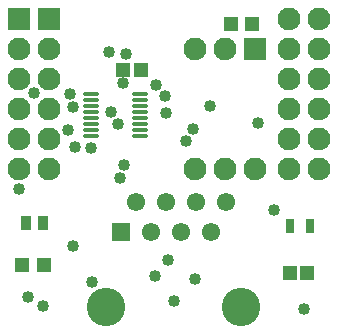
<source format=gts>
G04*
G04 #@! TF.GenerationSoftware,Altium Limited,Altium Designer,20.1.12 (249)*
G04*
G04 Layer_Color=8388736*
%FSLAX25Y25*%
%MOIN*%
G70*
G04*
G04 #@! TF.SameCoordinates,D8CEFF92-047C-410D-934D-B173C227594B*
G04*
G04*
G04 #@! TF.FilePolarity,Negative*
G04*
G01*
G75*
%ADD14O,0.05912X0.01384*%
%ADD15R,0.05128X0.04734*%
%ADD16R,0.03159X0.04734*%
%ADD17R,0.04537X0.04931*%
%ADD18R,0.04931X0.04931*%
%ADD19R,0.03750X0.04537*%
%ADD20C,0.07600*%
%ADD21R,0.07600X0.07600*%
%ADD22R,0.06112X0.06112*%
%ADD23C,0.06112*%
%ADD24C,0.12805*%
%ADD25R,0.07600X0.07600*%
%ADD26C,0.04000*%
D14*
X29429Y150390D02*
D03*
Y148421D02*
D03*
Y146453D02*
D03*
Y144484D02*
D03*
Y142516D02*
D03*
Y140547D02*
D03*
Y138579D02*
D03*
Y136610D02*
D03*
X45571Y150390D02*
D03*
Y148421D02*
D03*
Y146453D02*
D03*
Y144484D02*
D03*
Y142516D02*
D03*
Y140547D02*
D03*
Y138579D02*
D03*
Y136610D02*
D03*
D15*
X76153Y174000D02*
D03*
X82846D02*
D03*
D16*
X95653Y106500D02*
D03*
X102347D02*
D03*
D17*
X95646Y91000D02*
D03*
X101354D02*
D03*
X40146Y158500D02*
D03*
X45854D02*
D03*
D18*
X13543Y93500D02*
D03*
X6457D02*
D03*
D19*
X7547Y107500D02*
D03*
X13453D02*
D03*
D20*
X95500Y125500D02*
D03*
Y135500D02*
D03*
Y145500D02*
D03*
Y155500D02*
D03*
Y165500D02*
D03*
Y175500D02*
D03*
X5500Y125500D02*
D03*
Y135500D02*
D03*
Y145500D02*
D03*
Y155500D02*
D03*
Y165500D02*
D03*
X105500Y125500D02*
D03*
Y135500D02*
D03*
Y145500D02*
D03*
Y155500D02*
D03*
Y165500D02*
D03*
Y175500D02*
D03*
X15500Y125500D02*
D03*
Y135500D02*
D03*
Y145500D02*
D03*
Y155500D02*
D03*
Y165500D02*
D03*
X74000D02*
D03*
X64000D02*
D03*
X84000Y125500D02*
D03*
X74000D02*
D03*
X64000D02*
D03*
D21*
X5500Y175500D02*
D03*
X15500D02*
D03*
D22*
X39500Y104591D02*
D03*
D23*
X74500Y114591D02*
D03*
X44500D02*
D03*
X69500Y104591D02*
D03*
X49500D02*
D03*
X64500Y114591D02*
D03*
X54500D02*
D03*
X59500Y104591D02*
D03*
D24*
X79500Y79590D02*
D03*
X34500D02*
D03*
D25*
X84000Y165500D02*
D03*
D26*
X22300Y150600D02*
D03*
X23272Y146272D02*
D03*
X29800Y88000D02*
D03*
X63200Y138900D02*
D03*
X13500Y80000D02*
D03*
X8500Y83000D02*
D03*
X41000Y164000D02*
D03*
X39000Y122376D02*
D03*
X5500Y119000D02*
D03*
X56949Y81449D02*
D03*
X40500Y127000D02*
D03*
X100500Y79000D02*
D03*
X50835Y89835D02*
D03*
X55167Y95167D02*
D03*
X64000Y89000D02*
D03*
X69000Y146500D02*
D03*
X54500Y144100D02*
D03*
X54000Y150000D02*
D03*
X90500Y112000D02*
D03*
X35200Y164500D02*
D03*
X60916Y134853D02*
D03*
X51000Y153500D02*
D03*
X40000Y154200D02*
D03*
X23854Y132823D02*
D03*
X21818Y138500D02*
D03*
X36000Y144500D02*
D03*
X10500Y151000D02*
D03*
X29457Y132457D02*
D03*
X23500Y100000D02*
D03*
X85000Y141000D02*
D03*
X38500Y140500D02*
D03*
M02*

</source>
